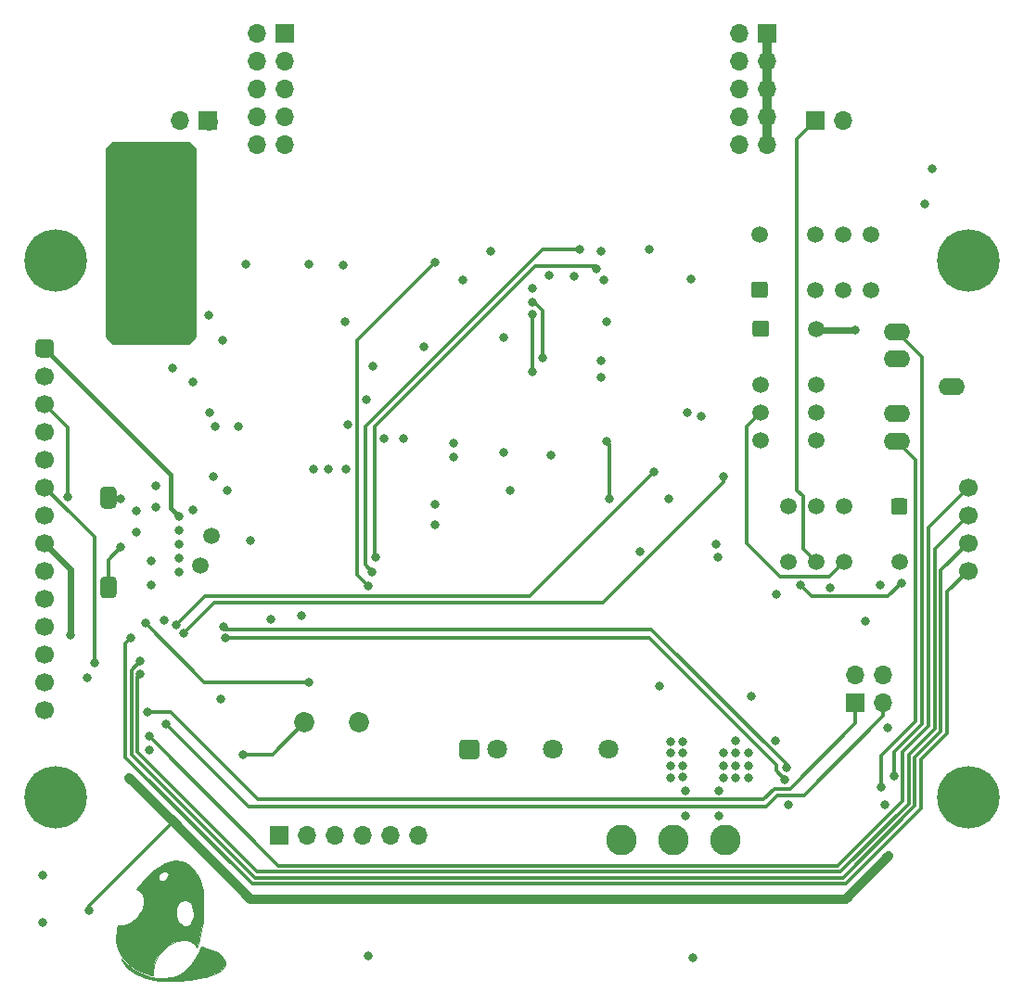
<source format=gbr>
%TF.GenerationSoftware,KiCad,Pcbnew,(5.1.6-0-10_14)*%
%TF.CreationDate,2020-11-20T20:27:55-06:00*%
%TF.ProjectId,Breadboard_DMM,42726561-6462-46f6-9172-645f444d4d2e,rev?*%
%TF.SameCoordinates,Original*%
%TF.FileFunction,Copper,L4,Bot*%
%TF.FilePolarity,Positive*%
%FSLAX46Y46*%
G04 Gerber Fmt 4.6, Leading zero omitted, Abs format (unit mm)*
G04 Created by KiCad (PCBNEW (5.1.6-0-10_14)) date 2020-11-20 20:27:55*
%MOMM*%
%LPD*%
G01*
G04 APERTURE LIST*
%TA.AperFunction,EtchedComponent*%
%ADD10C,0.010000*%
%TD*%
%TA.AperFunction,ComponentPad*%
%ADD11C,5.700000*%
%TD*%
%TA.AperFunction,ComponentPad*%
%ADD12C,1.700000*%
%TD*%
%TA.AperFunction,ComponentPad*%
%ADD13C,1.500000*%
%TD*%
%TA.AperFunction,ComponentPad*%
%ADD14O,1.700000X1.700000*%
%TD*%
%TA.AperFunction,ComponentPad*%
%ADD15R,1.700000X1.700000*%
%TD*%
%TA.AperFunction,ComponentPad*%
%ADD16C,1.850000*%
%TD*%
%TA.AperFunction,ComponentPad*%
%ADD17C,2.800000*%
%TD*%
%TA.AperFunction,ComponentPad*%
%ADD18C,1.800000*%
%TD*%
%TA.AperFunction,ComponentPad*%
%ADD19O,2.400000X1.600000*%
%TD*%
%TA.AperFunction,ViaPad*%
%ADD20C,0.800000*%
%TD*%
%TA.AperFunction,Conductor*%
%ADD21C,0.355600*%
%TD*%
%TA.AperFunction,Conductor*%
%ADD22C,0.812800*%
%TD*%
%TA.AperFunction,Conductor*%
%ADD23C,0.406400*%
%TD*%
%TA.AperFunction,Conductor*%
%ADD24C,0.609600*%
%TD*%
%TA.AperFunction,Conductor*%
%ADD25C,1.625600*%
%TD*%
%TA.AperFunction,Conductor*%
%ADD26C,0.304800*%
%TD*%
%TA.AperFunction,Conductor*%
%ADD27C,0.254000*%
%TD*%
G04 APERTURE END LIST*
D10*
%TO.C,G\u002A\u002A\u002A*%
G36*
X113473198Y-128031663D02*
G01*
X112970863Y-128205926D01*
X112457108Y-128481890D01*
X111936151Y-128857662D01*
X111412212Y-129331346D01*
X110889511Y-129901045D01*
X110856014Y-129940953D01*
X110678918Y-130155054D01*
X110531421Y-130337203D01*
X110426984Y-130470485D01*
X110379073Y-130537983D01*
X110377454Y-130542221D01*
X110423083Y-130581853D01*
X110534877Y-130640504D01*
X110549740Y-130647189D01*
X110686761Y-130741750D01*
X110827730Y-130889458D01*
X110874296Y-130953179D01*
X110948115Y-131075924D01*
X110993348Y-131193224D01*
X111016829Y-131338446D01*
X111025394Y-131544959D01*
X111026223Y-131694878D01*
X111022556Y-131951854D01*
X111005432Y-132138167D01*
X110965661Y-132295958D01*
X110894056Y-132467373D01*
X110828706Y-132600845D01*
X110566493Y-133026057D01*
X110250060Y-133374546D01*
X109891677Y-133637502D01*
X109503613Y-133806115D01*
X109098138Y-133871577D01*
X109058164Y-133872111D01*
X108691782Y-133872111D01*
X108622458Y-134196667D01*
X108573171Y-134531950D01*
X108552276Y-134914797D01*
X108559162Y-135305180D01*
X108593218Y-135663070D01*
X108648936Y-135932333D01*
X108854978Y-136431875D01*
X109166062Y-136899337D01*
X109577699Y-137329971D01*
X110085398Y-137719026D01*
X110640784Y-138039847D01*
X110817810Y-138119077D01*
X111045478Y-138207276D01*
X111293021Y-138294159D01*
X111529673Y-138369443D01*
X111724667Y-138422844D01*
X111847235Y-138444076D01*
X111850221Y-138444111D01*
X111871258Y-138392404D01*
X111893442Y-138255958D01*
X111912381Y-138062789D01*
X111914382Y-138034889D01*
X111998765Y-137513364D01*
X112182240Y-137016948D01*
X112445075Y-136565158D01*
X112824382Y-136097734D01*
X113263934Y-135723137D01*
X113679111Y-135478077D01*
X114147650Y-135289997D01*
X114581741Y-135203679D01*
X114977396Y-135218790D01*
X115330622Y-135334997D01*
X115637430Y-135551966D01*
X115731021Y-135649267D01*
X115909575Y-135852629D01*
X115971333Y-135694925D01*
X116055327Y-135442104D01*
X116145505Y-135105340D01*
X116235807Y-134712914D01*
X116320170Y-134293106D01*
X116392534Y-133874198D01*
X116446836Y-133484468D01*
X116448900Y-133466848D01*
X116487887Y-133026760D01*
X116500222Y-132759146D01*
X115625205Y-132759146D01*
X115592264Y-133122164D01*
X115497897Y-133429143D01*
X115352558Y-133670471D01*
X115166701Y-133836534D01*
X114950778Y-133917719D01*
X114715243Y-133904412D01*
X114491792Y-133801497D01*
X114273453Y-133593233D01*
X114113357Y-133311388D01*
X114016870Y-132982116D01*
X113989354Y-132631575D01*
X114036174Y-132285920D01*
X114129228Y-132033547D01*
X114301355Y-131777094D01*
X114502277Y-131619225D01*
X114719019Y-131553647D01*
X114938607Y-131574065D01*
X115148066Y-131674189D01*
X115334421Y-131847723D01*
X115484698Y-132088375D01*
X115585921Y-132389851D01*
X115625117Y-132745859D01*
X115625205Y-132759146D01*
X116500222Y-132759146D01*
X116510167Y-132543386D01*
X116516218Y-132043036D01*
X116506519Y-131552021D01*
X116481549Y-131096650D01*
X116441785Y-130703235D01*
X116393546Y-130423001D01*
X116209099Y-129782757D01*
X115967847Y-129234217D01*
X115921413Y-129163039D01*
X113305537Y-129163039D01*
X113293718Y-129341402D01*
X113190346Y-129537023D01*
X113120311Y-129616200D01*
X112938225Y-129748727D01*
X112744089Y-129811121D01*
X112569388Y-129797307D01*
X112476845Y-129740378D01*
X112426450Y-129627355D01*
X112411237Y-129457461D01*
X112432084Y-129281375D01*
X112467229Y-129184096D01*
X112557981Y-129081249D01*
X112690204Y-128990251D01*
X112918137Y-128915541D01*
X113105101Y-128931705D01*
X113238449Y-129020339D01*
X113305537Y-129163039D01*
X115921413Y-129163039D01*
X115671276Y-128779610D01*
X115320872Y-128421162D01*
X114918120Y-128161101D01*
X114869482Y-128138046D01*
X114426727Y-127995828D01*
X113959892Y-127960999D01*
X113473198Y-128031663D01*
G37*
X113473198Y-128031663D02*
X112970863Y-128205926D01*
X112457108Y-128481890D01*
X111936151Y-128857662D01*
X111412212Y-129331346D01*
X110889511Y-129901045D01*
X110856014Y-129940953D01*
X110678918Y-130155054D01*
X110531421Y-130337203D01*
X110426984Y-130470485D01*
X110379073Y-130537983D01*
X110377454Y-130542221D01*
X110423083Y-130581853D01*
X110534877Y-130640504D01*
X110549740Y-130647189D01*
X110686761Y-130741750D01*
X110827730Y-130889458D01*
X110874296Y-130953179D01*
X110948115Y-131075924D01*
X110993348Y-131193224D01*
X111016829Y-131338446D01*
X111025394Y-131544959D01*
X111026223Y-131694878D01*
X111022556Y-131951854D01*
X111005432Y-132138167D01*
X110965661Y-132295958D01*
X110894056Y-132467373D01*
X110828706Y-132600845D01*
X110566493Y-133026057D01*
X110250060Y-133374546D01*
X109891677Y-133637502D01*
X109503613Y-133806115D01*
X109098138Y-133871577D01*
X109058164Y-133872111D01*
X108691782Y-133872111D01*
X108622458Y-134196667D01*
X108573171Y-134531950D01*
X108552276Y-134914797D01*
X108559162Y-135305180D01*
X108593218Y-135663070D01*
X108648936Y-135932333D01*
X108854978Y-136431875D01*
X109166062Y-136899337D01*
X109577699Y-137329971D01*
X110085398Y-137719026D01*
X110640784Y-138039847D01*
X110817810Y-138119077D01*
X111045478Y-138207276D01*
X111293021Y-138294159D01*
X111529673Y-138369443D01*
X111724667Y-138422844D01*
X111847235Y-138444076D01*
X111850221Y-138444111D01*
X111871258Y-138392404D01*
X111893442Y-138255958D01*
X111912381Y-138062789D01*
X111914382Y-138034889D01*
X111998765Y-137513364D01*
X112182240Y-137016948D01*
X112445075Y-136565158D01*
X112824382Y-136097734D01*
X113263934Y-135723137D01*
X113679111Y-135478077D01*
X114147650Y-135289997D01*
X114581741Y-135203679D01*
X114977396Y-135218790D01*
X115330622Y-135334997D01*
X115637430Y-135551966D01*
X115731021Y-135649267D01*
X115909575Y-135852629D01*
X115971333Y-135694925D01*
X116055327Y-135442104D01*
X116145505Y-135105340D01*
X116235807Y-134712914D01*
X116320170Y-134293106D01*
X116392534Y-133874198D01*
X116446836Y-133484468D01*
X116448900Y-133466848D01*
X116487887Y-133026760D01*
X116500222Y-132759146D01*
X115625205Y-132759146D01*
X115592264Y-133122164D01*
X115497897Y-133429143D01*
X115352558Y-133670471D01*
X115166701Y-133836534D01*
X114950778Y-133917719D01*
X114715243Y-133904412D01*
X114491792Y-133801497D01*
X114273453Y-133593233D01*
X114113357Y-133311388D01*
X114016870Y-132982116D01*
X113989354Y-132631575D01*
X114036174Y-132285920D01*
X114129228Y-132033547D01*
X114301355Y-131777094D01*
X114502277Y-131619225D01*
X114719019Y-131553647D01*
X114938607Y-131574065D01*
X115148066Y-131674189D01*
X115334421Y-131847723D01*
X115484698Y-132088375D01*
X115585921Y-132389851D01*
X115625117Y-132745859D01*
X115625205Y-132759146D01*
X116500222Y-132759146D01*
X116510167Y-132543386D01*
X116516218Y-132043036D01*
X116506519Y-131552021D01*
X116481549Y-131096650D01*
X116441785Y-130703235D01*
X116393546Y-130423001D01*
X116209099Y-129782757D01*
X115967847Y-129234217D01*
X115921413Y-129163039D01*
X113305537Y-129163039D01*
X113293718Y-129341402D01*
X113190346Y-129537023D01*
X113120311Y-129616200D01*
X112938225Y-129748727D01*
X112744089Y-129811121D01*
X112569388Y-129797307D01*
X112476845Y-129740378D01*
X112426450Y-129627355D01*
X112411237Y-129457461D01*
X112432084Y-129281375D01*
X112467229Y-129184096D01*
X112557981Y-129081249D01*
X112690204Y-128990251D01*
X112918137Y-128915541D01*
X113105101Y-128931705D01*
X113238449Y-129020339D01*
X113305537Y-129163039D01*
X115921413Y-129163039D01*
X115671276Y-128779610D01*
X115320872Y-128421162D01*
X114918120Y-128161101D01*
X114869482Y-128138046D01*
X114426727Y-127995828D01*
X113959892Y-127960999D01*
X113473198Y-128031663D01*
G36*
X116252465Y-135861016D02*
G01*
X116197375Y-135992465D01*
X116121931Y-136173613D01*
X116113870Y-136193018D01*
X115819771Y-136796083D01*
X115470937Y-137328079D01*
X115076375Y-137778271D01*
X114645091Y-138135924D01*
X114323382Y-138326869D01*
X114002945Y-138473400D01*
X113705065Y-138574258D01*
X113398186Y-138635224D01*
X113050751Y-138662080D01*
X112631204Y-138660608D01*
X112522000Y-138656901D01*
X112187588Y-138639994D01*
X111926211Y-138614150D01*
X111698038Y-138572733D01*
X111463239Y-138509107D01*
X111280223Y-138450024D01*
X110612073Y-138174066D01*
X110011235Y-137813718D01*
X109458583Y-137357199D01*
X109376225Y-137277290D01*
X109175195Y-137082491D01*
X109047961Y-136970559D01*
X108993658Y-136942702D01*
X109011426Y-137000130D01*
X109100400Y-137144050D01*
X109259718Y-137375673D01*
X109282735Y-137408304D01*
X109640360Y-137817896D01*
X110091543Y-138170028D01*
X110631099Y-138461956D01*
X111253844Y-138690935D01*
X111954592Y-138854222D01*
X112042223Y-138869035D01*
X112286488Y-138897473D01*
X112613649Y-138919690D01*
X112993855Y-138935141D01*
X113397256Y-138943282D01*
X113794001Y-138943570D01*
X114154240Y-138935462D01*
X114448122Y-138918412D01*
X114497556Y-138913754D01*
X114858854Y-138871769D01*
X115265504Y-138816492D01*
X115689232Y-138752503D01*
X116101764Y-138684385D01*
X116474826Y-138616720D01*
X116780144Y-138554088D01*
X116913664Y-138522232D01*
X117427222Y-138361633D01*
X117842726Y-138172481D01*
X118158042Y-137957866D01*
X118371036Y-137720876D01*
X118479574Y-137464601D01*
X118481523Y-137192131D01*
X118374748Y-136906556D01*
X118200155Y-136659599D01*
X117929243Y-136417792D01*
X117556282Y-136202398D01*
X117089971Y-136017950D01*
X116809510Y-135934708D01*
X116584035Y-135875779D01*
X116405254Y-135831735D01*
X116296994Y-135808296D01*
X116275765Y-135806559D01*
X116252465Y-135861016D01*
G37*
X116252465Y-135861016D02*
X116197375Y-135992465D01*
X116121931Y-136173613D01*
X116113870Y-136193018D01*
X115819771Y-136796083D01*
X115470937Y-137328079D01*
X115076375Y-137778271D01*
X114645091Y-138135924D01*
X114323382Y-138326869D01*
X114002945Y-138473400D01*
X113705065Y-138574258D01*
X113398186Y-138635224D01*
X113050751Y-138662080D01*
X112631204Y-138660608D01*
X112522000Y-138656901D01*
X112187588Y-138639994D01*
X111926211Y-138614150D01*
X111698038Y-138572733D01*
X111463239Y-138509107D01*
X111280223Y-138450024D01*
X110612073Y-138174066D01*
X110011235Y-137813718D01*
X109458583Y-137357199D01*
X109376225Y-137277290D01*
X109175195Y-137082491D01*
X109047961Y-136970559D01*
X108993658Y-136942702D01*
X109011426Y-137000130D01*
X109100400Y-137144050D01*
X109259718Y-137375673D01*
X109282735Y-137408304D01*
X109640360Y-137817896D01*
X110091543Y-138170028D01*
X110631099Y-138461956D01*
X111253844Y-138690935D01*
X111954592Y-138854222D01*
X112042223Y-138869035D01*
X112286488Y-138897473D01*
X112613649Y-138919690D01*
X112993855Y-138935141D01*
X113397256Y-138943282D01*
X113794001Y-138943570D01*
X114154240Y-138935462D01*
X114448122Y-138918412D01*
X114497556Y-138913754D01*
X114858854Y-138871769D01*
X115265504Y-138816492D01*
X115689232Y-138752503D01*
X116101764Y-138684385D01*
X116474826Y-138616720D01*
X116780144Y-138554088D01*
X116913664Y-138522232D01*
X117427222Y-138361633D01*
X117842726Y-138172481D01*
X118158042Y-137957866D01*
X118371036Y-137720876D01*
X118479574Y-137464601D01*
X118481523Y-137192131D01*
X118374748Y-136906556D01*
X118200155Y-136659599D01*
X117929243Y-136417792D01*
X117556282Y-136202398D01*
X117089971Y-136017950D01*
X116809510Y-135934708D01*
X116584035Y-135875779D01*
X116405254Y-135831735D01*
X116296994Y-135808296D01*
X116275765Y-135806559D01*
X116252465Y-135861016D01*
%TD*%
D11*
%TO.P,DS701,*%
%TO.N,*%
X186310801Y-122194800D03*
X186310801Y-73154800D03*
X103010801Y-73154800D03*
X103010801Y-122194800D03*
D12*
%TO.P,DS701,18*%
%TO.N,/MCU & Display/SPI_SCK*%
X186310801Y-101484800D03*
%TO.P,DS701,17*%
%TO.N,/MCU & Display/SPI_MISO*%
X186310801Y-98944800D03*
%TO.P,DS701,16*%
%TO.N,/MCU & Display/SPI_MOSI*%
X186310801Y-96404800D03*
%TO.P,DS701,15*%
%TO.N,/MCU & Display/SPI_SD_CS*%
X186310801Y-93864800D03*
%TO.P,DS701,14*%
%TO.N,Net-(DS701-Pad14)*%
X102010801Y-114174800D03*
%TO.P,DS701,13*%
%TO.N,Net-(DS701-Pad13)*%
X102010801Y-111634800D03*
%TO.P,DS701,12*%
%TO.N,Net-(DS701-Pad12)*%
X102010801Y-109094800D03*
%TO.P,DS701,11*%
%TO.N,Net-(DS701-Pad11)*%
X102010801Y-106554800D03*
%TO.P,DS701,10*%
%TO.N,Net-(DS701-Pad10)*%
X102010801Y-104014800D03*
%TO.P,DS701,9*%
%TO.N,/MCU & Display/SPI_MISO*%
X102010801Y-101474800D03*
%TO.P,DS701,8*%
%TO.N,Net-(DS701-Pad8)*%
X102010801Y-98934800D03*
%TO.P,DS701,7*%
%TO.N,/MCU & Display/SPI_SCK*%
X102010801Y-96394800D03*
%TO.P,DS701,6*%
%TO.N,/MCU & Display/SPI_MOSI*%
X102010801Y-93854800D03*
%TO.P,DS701,5*%
%TO.N,/MCU & Display/LCD_DC*%
X102010801Y-91314800D03*
%TO.P,DS701,4*%
%TO.N,/MCU & Display/LCD_~RESET~*%
X102010801Y-88774800D03*
%TO.P,DS701,3*%
%TO.N,/MCU & Display/SPI_LCD_CS*%
X102010801Y-86234800D03*
%TO.P,DS701,2*%
%TO.N,GND*%
X102010801Y-83694800D03*
%TO.P,DS701,1*%
%TO.N,+3V3*%
%TA.AperFunction,ComponentPad*%
G36*
G01*
X102435801Y-82004800D02*
X101585801Y-82004800D01*
G75*
G02*
X101160801Y-81579800I0J425000D01*
G01*
X101160801Y-80729800D01*
G75*
G02*
X101585801Y-80304800I425000J0D01*
G01*
X102435801Y-80304800D01*
G75*
G02*
X102860801Y-80729800I0J-425000D01*
G01*
X102860801Y-81579800D01*
G75*
G02*
X102435801Y-82004800I-425000J0D01*
G01*
G37*
%TD.AperFunction*%
%TD*%
D13*
%TO.P,TP702,1*%
%TO.N,Net-(TP702-Pad1)*%
X116205000Y-100965000D03*
%TD*%
%TO.P,TP701,1*%
%TO.N,Net-(TP701-Pad1)*%
X117221000Y-98298000D03*
%TD*%
D14*
%TO.P,J703,4*%
%TO.N,GND*%
X178562000Y-110998000D03*
%TO.P,J703,3*%
%TO.N,Net-(D702-Pad2)*%
X176022000Y-110998000D03*
%TO.P,J703,2*%
%TO.N,/MCU & Display/MCU_PROG_RX*%
X178562000Y-113538000D03*
D15*
%TO.P,J703,1*%
%TO.N,/MCU & Display/MCU_PROG_TX*%
X176022000Y-113538000D03*
%TD*%
D16*
%TO.P,LS701,2*%
%TO.N,GND*%
X130730000Y-115316000D03*
%TO.P,LS701,1*%
%TO.N,Net-(LS701-Pad1)*%
X125730000Y-115316000D03*
%TD*%
D14*
%TO.P,J701,6*%
%TO.N,Net-(J701-Pad6)*%
X136144000Y-125603000D03*
%TO.P,J701,5*%
%TO.N,/MCU & Display/MCU_NRST*%
X133604000Y-125603000D03*
%TO.P,J701,4*%
%TO.N,/MCU & Display/MCU_SWDIO_BOOT0*%
X131064000Y-125603000D03*
%TO.P,J701,3*%
%TO.N,GND*%
X128524000Y-125603000D03*
%TO.P,J701,2*%
%TO.N,/MCU & Display/MCU_SWCLK*%
X125984000Y-125603000D03*
D15*
%TO.P,J701,1*%
%TO.N,Net-(D701-Pad2)*%
X123444000Y-125603000D03*
%TD*%
D13*
%TO.P,K501,12*%
%TO.N,Net-(D501-Pad2)*%
X167259000Y-70739000D03*
%TO.P,K501,10*%
%TO.N,N/C*%
X172339000Y-70739000D03*
%TO.P,K501,9*%
X174879000Y-70739000D03*
%TO.P,K501,8*%
X177419000Y-70739000D03*
%TO.P,K501,5*%
%TO.N,Net-(K501-Pad5)*%
X177419000Y-75819000D03*
%TO.P,K501,4*%
%TO.N,/Front End/Calibration Mux/OUTPUT_V+*%
X174879000Y-75819000D03*
%TO.P,K501,3*%
%TO.N,/Front End/V+*%
X172339000Y-75819000D03*
%TO.P,K501,1*%
%TO.N,+5VA*%
%TA.AperFunction,ComponentPad*%
G36*
G01*
X167758500Y-76569000D02*
X166759500Y-76569000D01*
G75*
G02*
X166509000Y-76318500I0J250500D01*
G01*
X166509000Y-75319500D01*
G75*
G02*
X166759500Y-75069000I250500J0D01*
G01*
X167758500Y-75069000D01*
G75*
G02*
X168009000Y-75319500I0J-250500D01*
G01*
X168009000Y-76318500D01*
G75*
G02*
X167758500Y-76569000I-250500J0D01*
G01*
G37*
%TD.AperFunction*%
%TD*%
%TO.P,K301,12*%
%TO.N,Net-(D302-Pad2)*%
X180022500Y-100693500D03*
%TO.P,K301,10*%
%TO.N,/ADC/V-_INPUT*%
X174942500Y-100693500D03*
%TO.P,K301,9*%
%TO.N,/ADC/I_SENSE-*%
X172402500Y-100693500D03*
%TO.P,K301,8*%
%TO.N,/Front End/CURRENT_SOURCE_-*%
X169862500Y-100693500D03*
%TO.P,K301,5*%
%TO.N,/Front End/Calibration Mux/OUTPUT_V+*%
X169862500Y-95613500D03*
%TO.P,K301,4*%
%TO.N,/Front End/Ohmeter Current Source/CURRENT_SOURCE_OUT+*%
X172402500Y-95613500D03*
%TO.P,K301,3*%
%TO.N,GND*%
X174942500Y-95613500D03*
%TO.P,K301,1*%
%TO.N,+5VA*%
%TA.AperFunction,ComponentPad*%
G36*
G01*
X179523000Y-94863500D02*
X180522000Y-94863500D01*
G75*
G02*
X180772500Y-95114000I0J-250500D01*
G01*
X180772500Y-96113000D01*
G75*
G02*
X180522000Y-96363500I-250500J0D01*
G01*
X179523000Y-96363500D01*
G75*
G02*
X179272500Y-96113000I0J250500D01*
G01*
X179272500Y-95114000D01*
G75*
G02*
X179523000Y-94863500I250500J0D01*
G01*
G37*
%TD.AperFunction*%
%TD*%
%TO.P,K302,1*%
%TO.N,+5VA*%
%TA.AperFunction,ComponentPad*%
G36*
G01*
X166636000Y-79874500D02*
X166636000Y-78875500D01*
G75*
G02*
X166886500Y-78625000I250500J0D01*
G01*
X167885500Y-78625000D01*
G75*
G02*
X168136000Y-78875500I0J-250500D01*
G01*
X168136000Y-79874500D01*
G75*
G02*
X167885500Y-80125000I-250500J0D01*
G01*
X166886500Y-80125000D01*
G75*
G02*
X166636000Y-79874500I0J250500D01*
G01*
G37*
%TD.AperFunction*%
%TO.P,K302,3*%
%TO.N,Net-(K302-Pad3)*%
X167386000Y-84455000D03*
%TO.P,K302,4*%
%TO.N,/ADC/V-_INPUT*%
X167386000Y-86995000D03*
%TO.P,K302,5*%
%TO.N,Net-(K302-Pad5)*%
X167386000Y-89535000D03*
%TO.P,K302,8*%
%TO.N,Net-(K302-Pad8)*%
X172466000Y-89535000D03*
%TO.P,K302,9*%
%TO.N,/Front End/Calibration Mux/OUTPUT_V+*%
X172466000Y-86995000D03*
%TO.P,K302,10*%
%TO.N,Net-(K302-Pad10)*%
X172466000Y-84455000D03*
%TO.P,K302,12*%
%TO.N,Net-(D301-Pad2)*%
X172466000Y-79375000D03*
%TD*%
D17*
%TO.P,SW101,3*%
%TO.N,/Power Input Protection/V_IN+*%
X154660200Y-126060200D03*
%TO.P,SW101,2*%
%TO.N,Net-(J101-Pad10)*%
X159410200Y-126060200D03*
%TO.P,SW101,1*%
%TO.N,Net-(SW101-Pad1)*%
X164160200Y-126060200D03*
%TD*%
D14*
%TO.P,J302,2*%
%TO.N,/Front End/I+*%
X114390800Y-60399400D03*
D15*
%TO.P,J302,1*%
%TO.N,/ADC/I_SENSE-*%
X116930800Y-60399400D03*
%TD*%
D14*
%TO.P,J301,2*%
%TO.N,/Front End/V+*%
X174930800Y-60399400D03*
D15*
%TO.P,J301,1*%
%TO.N,/ADC/I_SENSE-*%
X172390800Y-60399400D03*
%TD*%
%TO.P,SW704,1*%
%TO.N,GND*%
%TA.AperFunction,SMDPad,CuDef*%
G36*
G01*
X108198000Y-103997000D02*
X107448000Y-103997000D01*
G75*
G02*
X107073000Y-103622000I0J375000D01*
G01*
X107073000Y-102372000D01*
G75*
G02*
X107448000Y-101997000I375000J0D01*
G01*
X108198000Y-101997000D01*
G75*
G02*
X108573000Y-102372000I0J-375000D01*
G01*
X108573000Y-103622000D01*
G75*
G02*
X108198000Y-103997000I-375000J0D01*
G01*
G37*
%TD.AperFunction*%
%TO.P,SW704,2*%
%TO.N,Net-(R712-Pad2)*%
%TA.AperFunction,SMDPad,CuDef*%
G36*
G01*
X108198000Y-95797000D02*
X107448000Y-95797000D01*
G75*
G02*
X107073000Y-95422000I0J375000D01*
G01*
X107073000Y-94172000D01*
G75*
G02*
X107448000Y-93797000I375000J0D01*
G01*
X108198000Y-93797000D01*
G75*
G02*
X108573000Y-94172000I0J-375000D01*
G01*
X108573000Y-95422000D01*
G75*
G02*
X108198000Y-95797000I-375000J0D01*
G01*
G37*
%TD.AperFunction*%
%TD*%
D18*
%TO.P,PS101,6*%
%TO.N,+5VD*%
X153479500Y-117792500D03*
%TO.P,PS101,4*%
%TO.N,GND*%
X148399500Y-117792500D03*
%TO.P,PS101,1*%
%TO.N,/V_IN_ISOLATOR*%
%TA.AperFunction,ComponentPad*%
G36*
G01*
X141398700Y-118692500D02*
X140160300Y-118692500D01*
G75*
G02*
X139879500Y-118411700I0J280800D01*
G01*
X139879500Y-117173300D01*
G75*
G02*
X140160300Y-116892500I280800J0D01*
G01*
X141398700Y-116892500D01*
G75*
G02*
X141679500Y-117173300I0J-280800D01*
G01*
X141679500Y-118411700D01*
G75*
G02*
X141398700Y-118692500I-280800J0D01*
G01*
G37*
%TD.AperFunction*%
%TO.P,PS101,2*%
%TO.N,GNDL*%
X143319500Y-117792500D03*
%TD*%
D19*
%TO.P,J702,11*%
%TO.N,N/C*%
X179810400Y-82145500D03*
%TO.P,J702,10*%
X179810400Y-87145500D03*
%TO.P,J702,R*%
%TO.N,Net-(J702-PadR)*%
X179810400Y-89645500D03*
%TO.P,J702,T*%
%TO.N,Net-(J702-PadT)*%
X179810400Y-79645500D03*
%TO.P,J702,S*%
%TO.N,GNDL*%
X184810400Y-84645500D03*
%TD*%
D14*
%TO.P,J102,10*%
%TO.N,Net-(J102-Pad10)*%
X121390800Y-62529400D03*
%TO.P,J102,9*%
%TO.N,Net-(J102-Pad9)*%
X123930800Y-62529400D03*
%TO.P,J102,8*%
%TO.N,Net-(J102-Pad8)*%
X121390800Y-59989400D03*
%TO.P,J102,7*%
%TO.N,Net-(J102-Pad7)*%
X123930800Y-59989400D03*
%TO.P,J102,6*%
%TO.N,Net-(J102-Pad6)*%
X121390800Y-57449400D03*
%TO.P,J102,5*%
%TO.N,Net-(J102-Pad5)*%
X123930800Y-57449400D03*
%TO.P,J102,4*%
%TO.N,Net-(J102-Pad4)*%
X121390800Y-54909400D03*
%TO.P,J102,3*%
%TO.N,Net-(J102-Pad3)*%
X123930800Y-54909400D03*
%TO.P,J102,2*%
%TO.N,Net-(J102-Pad2)*%
X121390800Y-52369400D03*
D15*
%TO.P,J102,1*%
%TO.N,Net-(J102-Pad1)*%
X123930800Y-52369400D03*
%TD*%
D14*
%TO.P,J101,10*%
%TO.N,Net-(J101-Pad10)*%
X165390800Y-62529400D03*
%TO.P,J101,9*%
%TO.N,GNDL*%
X167930800Y-62529400D03*
%TO.P,J101,8*%
%TO.N,Net-(J101-Pad10)*%
X165390800Y-59989400D03*
%TO.P,J101,7*%
%TO.N,GNDL*%
X167930800Y-59989400D03*
%TO.P,J101,6*%
%TO.N,Net-(J101-Pad10)*%
X165390800Y-57449400D03*
%TO.P,J101,5*%
%TO.N,GNDL*%
X167930800Y-57449400D03*
%TO.P,J101,4*%
%TO.N,Net-(J101-Pad10)*%
X165390800Y-54909400D03*
%TO.P,J101,3*%
%TO.N,GNDL*%
X167930800Y-54909400D03*
%TO.P,J101,2*%
%TO.N,Net-(J101-Pad10)*%
X165390800Y-52369400D03*
D15*
%TO.P,J101,1*%
%TO.N,GNDL*%
X167930800Y-52369400D03*
%TD*%
D20*
%TO.N,GND*%
X160528000Y-121539000D03*
X160528000Y-123825000D03*
X163576000Y-123825000D03*
X163576000Y-121539000D03*
X176910984Y-106102190D03*
X110363000Y-97917000D03*
X110363000Y-96012000D03*
X112141000Y-93726000D03*
X112119616Y-95648618D03*
X111760000Y-102743000D03*
X117094000Y-86995000D03*
X119714172Y-88311828D03*
X131387800Y-85852000D03*
X118237000Y-80391000D03*
X129413000Y-78740000D03*
X129286000Y-73533000D03*
X142748000Y-72263000D03*
X148082000Y-74491800D03*
X146555109Y-75715041D03*
X140208000Y-74930000D03*
X152781000Y-72263000D03*
X157226000Y-72135995D03*
X161036000Y-74803000D03*
X168783000Y-103632000D03*
X173736000Y-102997000D03*
X178308000Y-102743000D03*
X160638328Y-87011672D03*
X152797672Y-83803328D03*
X143891000Y-90678000D03*
X144526000Y-94107000D03*
X139319000Y-89789000D03*
X137667994Y-95377000D03*
X131953000Y-82804000D03*
X136652000Y-81026000D03*
X159004000Y-94869000D03*
X163322000Y-99060000D03*
X168751210Y-116967000D03*
X183007000Y-64770000D03*
X143891000Y-80137000D03*
X120396000Y-73475800D03*
X126111000Y-73469500D03*
X108966000Y-99314000D03*
X111760000Y-100584000D03*
X169926000Y-122809004D03*
X115570000Y-95885000D03*
X132969000Y-89408000D03*
X116967000Y-78105000D03*
X161925000Y-87376000D03*
X158115000Y-112014000D03*
X166497000Y-112903000D03*
X153035000Y-74930004D03*
X129540000Y-92202000D03*
X115570000Y-84201000D03*
X118110000Y-113157000D03*
X101854000Y-129286000D03*
X101854000Y-133604000D03*
X131572000Y-136652000D03*
X161163000Y-136779000D03*
X126536410Y-92202000D03*
%TO.N,+5VD*%
X125412500Y-105600500D03*
X117411500Y-92900500D03*
X118682201Y-94171201D03*
X127889000Y-92201994D03*
X117602000Y-88265002D03*
%TO.N,+5VA*%
X150368000Y-74549000D03*
X152781000Y-82296000D03*
X165100000Y-116967000D03*
X165100000Y-118110000D03*
X163957000Y-118110000D03*
X163957000Y-119253000D03*
X165100000Y-119253000D03*
X165100000Y-120396000D03*
X163957000Y-120396000D03*
X137668000Y-97282000D03*
X129667000Y-88138000D03*
X148209000Y-90932000D03*
X159131000Y-120396000D03*
X159131000Y-119253000D03*
X159131000Y-118110000D03*
X159131000Y-117094000D03*
X160274000Y-117094000D03*
X160274000Y-118110000D03*
X160274000Y-119253000D03*
X160274000Y-120269000D03*
X166243000Y-118110000D03*
X166243000Y-119253000D03*
X166243000Y-120396000D03*
X182372000Y-67945000D03*
X134747000Y-89408000D03*
X139319000Y-91059000D03*
X163449000Y-100203000D03*
X156343651Y-99707150D03*
X153289003Y-78740003D03*
X113664996Y-82931000D03*
%TO.N,+3V3*%
X122682000Y-105918000D03*
X114300000Y-99060000D03*
X114300000Y-96520000D03*
X114300000Y-101600000D03*
X114300000Y-100330000D03*
X114300000Y-97790000D03*
X120777000Y-98679000D03*
X112884542Y-106038078D03*
X105925488Y-111239745D03*
X179070000Y-127508000D03*
X111543500Y-117818500D03*
X109728000Y-120396000D03*
X106045000Y-132461000D03*
X160655000Y-131445000D03*
X131318000Y-131445000D03*
%TO.N,VREF_4.096V*%
X146563500Y-83306500D03*
X146494625Y-78019590D03*
%TO.N,/MCU & Display/MCU_NRST*%
X126111000Y-111633000D03*
X111236597Y-106283597D03*
%TO.N,Net-(D301-Pad2)*%
X176022000Y-79502000D03*
%TO.N,Net-(D401-Pad2)*%
X153543694Y-94884228D03*
X153300138Y-89628657D03*
%TO.N,Net-(D601-Pad2)*%
X108331000Y-79629000D03*
X109601000Y-79629000D03*
X110871000Y-79629000D03*
X112141000Y-79629000D03*
X113411000Y-79629000D03*
X115062000Y-64897000D03*
X113919000Y-63246000D03*
X113919000Y-64262000D03*
X113919000Y-65278000D03*
X113919000Y-66294000D03*
%TO.N,Net-(J702-PadR)*%
X178336744Y-121196189D03*
%TO.N,Net-(J702-PadT)*%
X179514497Y-120205503D03*
%TO.N,/MCU & Display/MCU_PROG_RX*%
X113069811Y-115442991D03*
%TO.N,/MCU & Display/MCU_PROG_TX*%
X111396803Y-114391491D03*
%TO.N,/ADC/V-_INPUT*%
X147447000Y-82042000D03*
X146558010Y-76962000D03*
%TO.N,Net-(LS701-Pad1)*%
X120141992Y-118237000D03*
%TO.N,/Front End/METER_CURRENT_SOURCE_ON*%
X180213000Y-102616000D03*
X170998500Y-102813500D03*
%TO.N,/Front End/SET_CURRENT_SOURCE_A*%
X113995752Y-106416730D03*
X157607000Y-92455996D03*
%TO.N,/Front End/SET_CURRENT_SOURCE_B*%
X114695816Y-107204671D03*
X163957000Y-92837000D03*
%TO.N,/Front End/CALIBRATE_MUX_~A*%
X137668000Y-73278994D03*
X131571996Y-102870000D03*
%TO.N,/Front End/CALIBRATE_RELAY_ON*%
X132207001Y-100203001D03*
X152391122Y-73884426D03*
%TO.N,/Front End/CALIBRATE_MUX_~B*%
X150875996Y-72135996D03*
X131925646Y-101572644D03*
%TO.N,Net-(R712-Pad2)*%
X108966000Y-94868992D03*
%TO.N,/MCU & Display/MCU_TX*%
X118524638Y-107638588D03*
X169545008Y-120535778D03*
%TO.N,/MCU & Display/MCU_RX*%
X118334272Y-106597410D03*
X169692388Y-119492121D03*
%TO.N,/MCU & Display/SPI_SCK*%
X109903104Y-107617104D03*
%TO.N,/MCU & Display/SPI_MISO*%
X110744000Y-109728000D03*
%TO.N,/MCU & Display/SPI_MOSI*%
X106553000Y-109924808D03*
X110744000Y-110871000D03*
%TO.N,/MCU & Display/SPI_SD_CS*%
X111547664Y-116610384D03*
%TO.N,/MCU & Display/SPI_LCD_CS*%
X104140000Y-94742000D03*
%TO.N,GNDL*%
X178943000Y-115824000D03*
X178688994Y-122809000D03*
%TO.N,Net-(DS701-Pad8)*%
X104394000Y-107315000D03*
%TD*%
D21*
%TO.N,GND*%
X107823000Y-102997000D02*
X107823000Y-100457000D01*
X107823000Y-100457000D02*
X108966000Y-99314000D01*
D22*
%TO.N,+3V3*%
X131318000Y-131445000D02*
X128524000Y-131445000D01*
X131318000Y-131445000D02*
X160781992Y-131445000D01*
D23*
X113538000Y-95758000D02*
X114300000Y-96520000D01*
X113538000Y-92710000D02*
X113538000Y-95758000D01*
X102010801Y-81182801D02*
X113538000Y-92710000D01*
X102010801Y-81154800D02*
X102010801Y-81182801D01*
D22*
X175133000Y-131445000D02*
X179070000Y-127508000D01*
X160781992Y-131445000D02*
X175133000Y-131445000D01*
X128524000Y-131445000D02*
X120777000Y-131445000D01*
X113728500Y-124396500D02*
X109728000Y-120396000D01*
X120777000Y-131445000D02*
X113728500Y-124396500D01*
D21*
X106045000Y-132080000D02*
X106045000Y-132461000D01*
X113728500Y-124396500D02*
X106045000Y-132080000D01*
X160781992Y-131445000D02*
X160655000Y-131445000D01*
%TO.N,VREF_4.096V*%
X146563500Y-78088465D02*
X146494625Y-78019590D01*
X146563500Y-83306500D02*
X146563500Y-78088465D01*
%TO.N,/MCU & Display/MCU_NRST*%
X116586000Y-111633000D02*
X111236597Y-106283597D01*
X126111000Y-111633000D02*
X116586000Y-111633000D01*
D24*
%TO.N,Net-(D301-Pad2)*%
X172593000Y-79502000D02*
X172466000Y-79375000D01*
X176022000Y-79502000D02*
X172593000Y-79502000D01*
D21*
%TO.N,Net-(D401-Pad2)*%
X153543694Y-89872213D02*
X153300138Y-89628657D01*
X153543694Y-94884228D02*
X153543694Y-89872213D01*
D25*
%TO.N,/ADC/I_SENSE-*%
X116967000Y-60435600D02*
X116930800Y-60399400D01*
D21*
X171220699Y-94639699D02*
X171220699Y-99511699D01*
X170694199Y-62096001D02*
X170694199Y-94113199D01*
X171220699Y-99511699D02*
X172402500Y-100693500D01*
X170694199Y-94113199D02*
X171220699Y-94639699D01*
X172390800Y-60399400D02*
X170694199Y-62096001D01*
%TO.N,Net-(J702-PadR)*%
X178336744Y-118340104D02*
X178336744Y-121196189D01*
X179810400Y-89645500D02*
X181482999Y-91318099D01*
X181482999Y-91318099D02*
X181482999Y-115193849D01*
X181482999Y-115193849D02*
X178336744Y-118340104D01*
%TO.N,Net-(J702-PadT)*%
X179514497Y-118024471D02*
X179514497Y-120205503D01*
X182092610Y-115446358D02*
X179514497Y-118024471D01*
X182092610Y-81927710D02*
X182092610Y-115446358D01*
X179810400Y-79645500D02*
X182092610Y-81927710D01*
%TO.N,/MCU & Display/MCU_PROG_RX*%
X168852805Y-121977195D02*
X167849589Y-122980411D01*
X178562000Y-114740081D02*
X171324886Y-121977195D01*
X120607231Y-122980411D02*
X113069811Y-115442991D01*
X171324886Y-121977195D02*
X168852805Y-121977195D01*
X178562000Y-113538000D02*
X178562000Y-114740081D01*
X167849589Y-122980411D02*
X120607231Y-122980411D01*
%TO.N,/MCU & Display/MCU_PROG_TX*%
X176022000Y-113538000D02*
X176022000Y-115404068D01*
X113502491Y-114391491D02*
X111396803Y-114391491D01*
X168600292Y-121367588D02*
X167597080Y-122370800D01*
X176022000Y-115404068D02*
X170058480Y-121367588D01*
X170058480Y-121367588D02*
X168600292Y-121367588D01*
X167597080Y-122370800D02*
X121481800Y-122370800D01*
X121481800Y-122370800D02*
X113502491Y-114391491D01*
%TO.N,/ADC/V-_INPUT*%
X146685000Y-76962000D02*
X146558010Y-76962000D01*
X147447000Y-77724000D02*
X146685000Y-76962000D01*
X147447000Y-82042000D02*
X147447000Y-77724000D01*
X166116000Y-88265000D02*
X167386000Y-86995000D01*
X169164000Y-101981000D02*
X166116000Y-98933000D01*
X166116000Y-98933000D02*
X166116000Y-88265000D01*
X173655000Y-101981000D02*
X169164000Y-101981000D01*
X174942500Y-100693500D02*
X173655000Y-101981000D01*
%TO.N,Net-(LS701-Pad1)*%
X125730000Y-115316000D02*
X122809000Y-118237000D01*
X122809000Y-118237000D02*
X120141992Y-118237000D01*
%TO.N,/Front End/METER_CURRENT_SOURCE_ON*%
X179000199Y-103828801D02*
X172013801Y-103828801D01*
X180213000Y-102616000D02*
X179000199Y-103828801D01*
X172013801Y-103828801D02*
X170998500Y-102813500D01*
%TO.N,/Front End/SET_CURRENT_SOURCE_A*%
X116653482Y-103759000D02*
X146303996Y-103759000D01*
X113995752Y-106416730D02*
X116653482Y-103759000D01*
X146303996Y-103759000D02*
X157607000Y-92455996D01*
%TO.N,/Front End/SET_CURRENT_SOURCE_B*%
X114695816Y-107204671D02*
X117506487Y-104394000D01*
X117506487Y-104394000D02*
X152965685Y-104394000D01*
X152965685Y-104394000D02*
X163957000Y-93402685D01*
X163957000Y-93402685D02*
X163957000Y-92837000D01*
%TO.N,/Front End/CALIBRATE_MUX_~A*%
X137668000Y-73278994D02*
X130555994Y-80391000D01*
X130555994Y-80391000D02*
X130555994Y-101853998D01*
X130555994Y-101853998D02*
X131571996Y-102870000D01*
%TO.N,/Front End/CALIBRATE_RELAY_ON*%
X132137199Y-100133199D02*
X132207001Y-100203001D01*
X146812000Y-73660000D02*
X132137199Y-88334801D01*
X132137199Y-88334801D02*
X132137199Y-100133199D01*
X148590000Y-73660000D02*
X146812000Y-73660000D01*
X152173095Y-73666399D02*
X152391122Y-73884426D01*
X148556719Y-73666399D02*
X152173095Y-73666399D01*
%TO.N,/Front End/CALIBRATE_MUX_~B*%
X148209008Y-72135992D02*
X150876000Y-72135992D01*
X147447000Y-72136000D02*
X131287120Y-88295880D01*
X148209000Y-72136000D02*
X147447000Y-72136000D01*
X131287120Y-100934118D02*
X131925646Y-101572644D01*
X131287120Y-88295880D02*
X131287120Y-100934118D01*
%TO.N,Net-(R712-Pad2)*%
X108894008Y-94797000D02*
X108966000Y-94868992D01*
X107823000Y-94797000D02*
X108894008Y-94797000D01*
%TO.N,/MCU & Display/MCU_TX*%
X157168588Y-107638588D02*
X168764001Y-119234001D01*
X118524638Y-107638588D02*
X157168588Y-107638588D01*
X168764001Y-119234001D02*
X168764001Y-119754771D01*
X168764001Y-119754771D02*
X169545008Y-120535778D01*
%TO.N,/MCU & Display/MCU_RX*%
X157410685Y-106807000D02*
X169692388Y-119088703D01*
X118334272Y-106597410D02*
X118543862Y-106807000D01*
X118543862Y-106807000D02*
X157410685Y-106807000D01*
X169692388Y-119088703D02*
X169692388Y-119492121D01*
D26*
%TO.N,/MCU & Display/SPI_SCK*%
X184404000Y-116332000D02*
X184404000Y-103391601D01*
X184404000Y-103391601D02*
X186310801Y-101484800D01*
X175115877Y-130073431D02*
X181997331Y-123191977D01*
X109372380Y-118496594D02*
X120949217Y-130073431D01*
X109372380Y-108147828D02*
X109372380Y-118496594D01*
X181997331Y-118738669D02*
X184404000Y-116332000D01*
X120949217Y-130073431D02*
X175115877Y-130073431D01*
X181997331Y-123191977D02*
X181997331Y-118738669D01*
X109903104Y-107617104D02*
X109372380Y-108147828D01*
%TO.N,/MCU & Display/SPI_MISO*%
X109931191Y-110540809D02*
X109931191Y-118265127D01*
X121180684Y-129514620D02*
X174884410Y-129514620D01*
X109931191Y-118265127D02*
X121180684Y-129514620D01*
X183819811Y-116125911D02*
X183819811Y-101435790D01*
X181438520Y-122960510D02*
X181438521Y-118507201D01*
X183819811Y-101435790D02*
X186310801Y-98944800D01*
X174884410Y-129514620D02*
X181438520Y-122960510D01*
X181438521Y-118507201D02*
X183819811Y-116125911D01*
X110744000Y-109728000D02*
X109931191Y-110540809D01*
%TO.N,/MCU & Display/SPI_MOSI*%
X104673390Y-96517389D02*
X102010801Y-93854800D01*
X106553000Y-98396999D02*
X104673390Y-96517389D01*
X106553000Y-109924808D02*
X106553000Y-98396999D01*
X183261000Y-115894444D02*
X183261000Y-99454601D01*
X180879711Y-118275733D02*
X183261000Y-115894444D01*
X110744000Y-110871000D02*
X110490002Y-111124998D01*
X110490002Y-118033660D02*
X121412151Y-128955809D01*
X121412151Y-128955809D02*
X174652943Y-128955809D01*
X174652943Y-128955809D02*
X180879709Y-122729043D01*
X180879709Y-122729043D02*
X180879711Y-118275733D01*
X110490002Y-111124998D02*
X110490002Y-118033660D01*
X183261000Y-99454601D02*
X186310801Y-96404800D01*
%TO.N,/MCU & Display/SPI_SD_CS*%
X182676820Y-115688346D02*
X182676821Y-97498780D01*
X180320901Y-122497573D02*
X180320901Y-118044265D01*
X111547664Y-116610384D02*
X123334278Y-128396998D01*
X180320901Y-118044265D02*
X182676820Y-115688346D01*
X123334278Y-128396998D02*
X174421476Y-128396998D01*
X174421476Y-128396998D02*
X180320901Y-122497573D01*
X182676821Y-97498780D02*
X186310801Y-93864800D01*
%TO.N,/MCU & Display/SPI_LCD_CS*%
X104140000Y-88363999D02*
X102010801Y-86234800D01*
X104140000Y-94742000D02*
X104140000Y-88363999D01*
D22*
%TO.N,GNDL*%
X167930800Y-62529400D02*
X167930800Y-59989400D01*
X167930800Y-57449400D02*
X167930800Y-59989400D01*
X167930800Y-54909400D02*
X167930800Y-57449400D01*
X167930800Y-52369400D02*
X167930800Y-54909400D01*
D24*
%TO.N,Net-(DS701-Pad8)*%
X102010801Y-98934800D02*
X104394000Y-101317999D01*
X104394000Y-101317999D02*
X104394000Y-107315000D01*
%TD*%
D27*
%TO.N,Net-(D601-Pad2)*%
G36*
X115697000Y-62917606D02*
G01*
X115697000Y-80084394D01*
X115136394Y-80645000D01*
X108256606Y-80645000D01*
X107696000Y-80084394D01*
X107696000Y-62917606D01*
X108256606Y-62357000D01*
X115136394Y-62357000D01*
X115697000Y-62917606D01*
G37*
X115697000Y-62917606D02*
X115697000Y-80084394D01*
X115136394Y-80645000D01*
X108256606Y-80645000D01*
X107696000Y-80084394D01*
X107696000Y-62917606D01*
X108256606Y-62357000D01*
X115136394Y-62357000D01*
X115697000Y-62917606D01*
%TD*%
M02*

</source>
